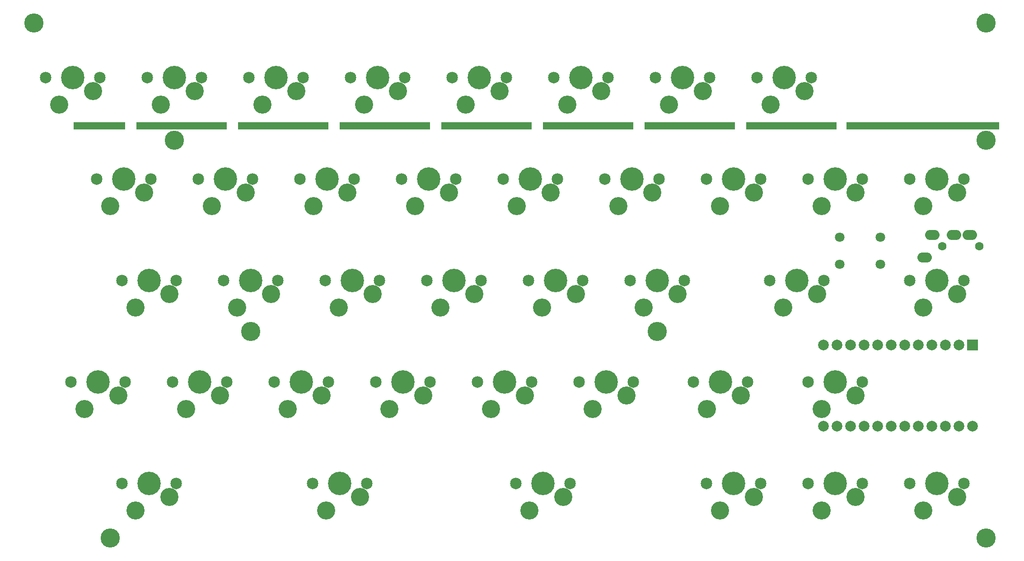
<source format=gts>
G04 #@! TF.GenerationSoftware,KiCad,Pcbnew,(5.0.0-3-g5ebb6b6)*
G04 #@! TF.CreationDate,2018-10-13T13:11:11+09:00*
G04 #@! TF.ProjectId,pakbd,70616B62642E6B696361645F70636200,1*
G04 #@! TF.SameCoordinates,Original*
G04 #@! TF.FileFunction,Soldermask,Top*
G04 #@! TF.FilePolarity,Negative*
%FSLAX46Y46*%
G04 Gerber Fmt 4.6, Leading zero omitted, Abs format (unit mm)*
G04 Created by KiCad (PCBNEW (5.0.0-3-g5ebb6b6)) date *
%MOMM*%
%LPD*%
G01*
G04 APERTURE LIST*
%ADD10C,2.160000*%
%ADD11C,4.400000*%
%ADD12C,3.400000*%
%ADD13R,9.625000X1.400000*%
%ADD14R,28.710000X1.400000*%
%ADD15R,16.900000X1.400000*%
%ADD16C,3.600000*%
%ADD17C,1.797000*%
%ADD18C,2.000000*%
%ADD19R,2.000000X2.000000*%
%ADD20C,1.600000*%
%ADD21O,2.700000X1.900000*%
G04 APERTURE END LIST*
D10*
G04 #@! TO.C,SW54*
X349180250Y-81240000D03*
X359340250Y-81240000D03*
D11*
X354260250Y-81240000D03*
D12*
X358070250Y-83780000D03*
X351720250Y-86320000D03*
G04 #@! TD*
D13*
G04 #@! TO.C,cr10*
X223517501Y-52240001D03*
G04 #@! TD*
D10*
G04 #@! TO.C,SW51*
X284887000Y-81240000D03*
X295047000Y-81240000D03*
D11*
X289967000Y-81240000D03*
D12*
X293777000Y-83780000D03*
X287427000Y-86320000D03*
G04 #@! TD*
D10*
G04 #@! TO.C,SW52*
X303937000Y-81240000D03*
X314097000Y-81240000D03*
D11*
X309017000Y-81240000D03*
D12*
X312827000Y-83780000D03*
X306477000Y-86320000D03*
G04 #@! TD*
D10*
G04 #@! TO.C,SW56*
X218212000Y-100290000D03*
X228372000Y-100290000D03*
D11*
X223292000Y-100290000D03*
D12*
X227102000Y-102830000D03*
X220752000Y-105370000D03*
G04 #@! TD*
D10*
G04 #@! TO.C,SW66*
X301556250Y-119340000D03*
X311716250Y-119340000D03*
D11*
X306636250Y-119340000D03*
D12*
X310446250Y-121880000D03*
X304096250Y-124420000D03*
G04 #@! TD*
D14*
G04 #@! TO.C,cr18*
X377900001Y-52240001D03*
G04 #@! TD*
D15*
G04 #@! TO.C,cr11*
X238930001Y-52240001D03*
G04 #@! TD*
G04 #@! TO.C,cr16*
X334180001Y-52240001D03*
G04 #@! TD*
G04 #@! TO.C,cr12*
X257980001Y-52240001D03*
G04 #@! TD*
G04 #@! TO.C,cr14*
X296080001Y-52240001D03*
G04 #@! TD*
G04 #@! TO.C,cr13*
X277030001Y-52240001D03*
G04 #@! TD*
G04 #@! TO.C,cr15*
X315130001Y-52240001D03*
G04 #@! TD*
G04 #@! TO.C,cr17*
X353230001Y-52240001D03*
G04 #@! TD*
D16*
G04 #@! TO.C,h15*
X328070000Y-90790000D03*
G04 #@! TD*
G04 #@! TO.C,h14*
X251870000Y-90800000D03*
G04 #@! TD*
G04 #@! TO.C,h13*
X389710000Y-54960000D03*
G04 #@! TD*
G04 #@! TO.C,h12*
X237590000Y-54920000D03*
G04 #@! TD*
G04 #@! TO.C,h10*
X211260000Y-32870000D03*
G04 #@! TD*
G04 #@! TO.C,h11*
X389730000Y-32870000D03*
G04 #@! TD*
G04 #@! TO.C,h17*
X389720000Y-129610000D03*
G04 #@! TD*
D10*
G04 #@! TO.C,SW62*
X334892750Y-100290000D03*
X345052750Y-100290000D03*
D11*
X339972750Y-100290000D03*
D12*
X343782750Y-102830000D03*
X337432750Y-105370000D03*
G04 #@! TD*
D10*
G04 #@! TO.C,SW67*
X337274000Y-119340000D03*
X347434000Y-119340000D03*
D11*
X342354000Y-119340000D03*
D12*
X346164000Y-121880000D03*
X339814000Y-124420000D03*
G04 #@! TD*
D10*
G04 #@! TO.C,SW68*
X356324000Y-119340000D03*
X366484000Y-119340000D03*
D11*
X361404000Y-119340000D03*
D12*
X365214000Y-121880000D03*
X358864000Y-124420000D03*
G04 #@! TD*
D17*
G04 #@! TO.C,SW_r1*
X362290000Y-73090000D03*
X362290000Y-78170000D03*
X369910000Y-73090000D03*
X369910000Y-78170000D03*
G04 #@! TD*
D18*
G04 #@! TO.C,U1*
X387200000Y-108570000D03*
X384660000Y-108570000D03*
X382120000Y-108570000D03*
X379580000Y-108570000D03*
X377040000Y-108570000D03*
X374500000Y-108570000D03*
X371960000Y-108570000D03*
X369420000Y-108570000D03*
X366880000Y-108570000D03*
X364340000Y-108570000D03*
X361800000Y-108570000D03*
X359260000Y-108570000D03*
X359260000Y-93330000D03*
X361800000Y-93330000D03*
X364340000Y-93330000D03*
X366880000Y-93330000D03*
X369420000Y-93330000D03*
X371960000Y-93330000D03*
X374500000Y-93330000D03*
X377040000Y-93330000D03*
X379580000Y-93330000D03*
X382120000Y-93330000D03*
X384660000Y-93330000D03*
D19*
X387200000Y-93330000D03*
G04 #@! TD*
D20*
G04 #@! TO.C,J1*
X388480000Y-74815000D03*
X381480000Y-74815000D03*
D21*
X386680000Y-72665000D03*
X383680000Y-72665000D03*
X379680000Y-72665000D03*
X378180000Y-76965000D03*
G04 #@! TD*
D16*
G04 #@! TO.C,h16*
X225540000Y-129610000D03*
G04 #@! TD*
D10*
G04 #@! TO.C,SW45*
X337275000Y-62190000D03*
X347435000Y-62190000D03*
D11*
X342355000Y-62190000D03*
D12*
X346165000Y-64730000D03*
X339815000Y-67270000D03*
G04 #@! TD*
D10*
G04 #@! TO.C,SW46*
X356325000Y-62190000D03*
X366485000Y-62190000D03*
D11*
X361405000Y-62190000D03*
D12*
X365215000Y-64730000D03*
X358865000Y-67270000D03*
G04 #@! TD*
D10*
G04 #@! TO.C,SW47*
X375375000Y-62190000D03*
X385535000Y-62190000D03*
D11*
X380455000Y-62190000D03*
D12*
X384265000Y-64730000D03*
X377915000Y-67270000D03*
G04 #@! TD*
D10*
G04 #@! TO.C,SW58*
X256312000Y-100290000D03*
X266472000Y-100290000D03*
D11*
X261392000Y-100290000D03*
D12*
X265202000Y-102830000D03*
X258852000Y-105370000D03*
G04 #@! TD*
D10*
G04 #@! TO.C,SW59*
X275362000Y-100290000D03*
X285522000Y-100290000D03*
D11*
X280442000Y-100290000D03*
D12*
X284252000Y-102830000D03*
X277902000Y-105370000D03*
G04 #@! TD*
D10*
G04 #@! TO.C,SW35*
X289650000Y-43140000D03*
X299810000Y-43140000D03*
D11*
X294730000Y-43140000D03*
D12*
X298540000Y-45680000D03*
X292190000Y-48220000D03*
G04 #@! TD*
D10*
G04 #@! TO.C,SW38*
X346800000Y-43140000D03*
X356960000Y-43140000D03*
D11*
X351880000Y-43140000D03*
D12*
X355690000Y-45680000D03*
X349340000Y-48220000D03*
G04 #@! TD*
D10*
G04 #@! TO.C,SW39*
X222975000Y-62190000D03*
X233135000Y-62190000D03*
D11*
X228055000Y-62190000D03*
D12*
X231865000Y-64730000D03*
X225515000Y-67270000D03*
G04 #@! TD*
D10*
G04 #@! TO.C,SW36*
X308700000Y-43140000D03*
X318860000Y-43140000D03*
D11*
X313780000Y-43140000D03*
D12*
X317590000Y-45680000D03*
X311240000Y-48220000D03*
G04 #@! TD*
D10*
G04 #@! TO.C,SW64*
X227737000Y-119340000D03*
X237897000Y-119340000D03*
D11*
X232817000Y-119340000D03*
D12*
X236627000Y-121880000D03*
X230277000Y-124420000D03*
G04 #@! TD*
D10*
G04 #@! TO.C,SW65*
X263456250Y-119340000D03*
X273616250Y-119340000D03*
D11*
X268536250Y-119340000D03*
D12*
X272346250Y-121880000D03*
X265996250Y-124420000D03*
G04 #@! TD*
D10*
G04 #@! TO.C,SW60*
X294412000Y-100290000D03*
X304572000Y-100290000D03*
D11*
X299492000Y-100290000D03*
D12*
X303302000Y-102830000D03*
X296952000Y-105370000D03*
G04 #@! TD*
D10*
G04 #@! TO.C,SW61*
X313462000Y-100290000D03*
X323622000Y-100290000D03*
D11*
X318542000Y-100290000D03*
D12*
X322352000Y-102830000D03*
X316002000Y-105370000D03*
G04 #@! TD*
D10*
G04 #@! TO.C,SW41*
X261075000Y-62190000D03*
X271235000Y-62190000D03*
D11*
X266155000Y-62190000D03*
D12*
X269965000Y-64730000D03*
X263615000Y-67270000D03*
G04 #@! TD*
D10*
G04 #@! TO.C,SW63*
X356324000Y-100290000D03*
X366484000Y-100290000D03*
D11*
X361404000Y-100290000D03*
D12*
X365214000Y-102830000D03*
X358864000Y-105370000D03*
G04 #@! TD*
D10*
G04 #@! TO.C,SW44*
X318225000Y-62190000D03*
X328385000Y-62190000D03*
D11*
X323305000Y-62190000D03*
D12*
X327115000Y-64730000D03*
X320765000Y-67270000D03*
G04 #@! TD*
D10*
G04 #@! TO.C,SW37*
X327750000Y-43140000D03*
X337910000Y-43140000D03*
D11*
X332830000Y-43140000D03*
D12*
X336640000Y-45680000D03*
X330290000Y-48220000D03*
G04 #@! TD*
D10*
G04 #@! TO.C,SW43*
X299175000Y-62190000D03*
X309335000Y-62190000D03*
D11*
X304255000Y-62190000D03*
D12*
X308065000Y-64730000D03*
X301715000Y-67270000D03*
G04 #@! TD*
D10*
G04 #@! TO.C,SW31*
X213450000Y-43140000D03*
X223610000Y-43140000D03*
D11*
X218530000Y-43140000D03*
D12*
X222340000Y-45680000D03*
X215990000Y-48220000D03*
G04 #@! TD*
D10*
G04 #@! TO.C,SW40*
X242025000Y-62190000D03*
X252185000Y-62190000D03*
D11*
X247105000Y-62190000D03*
D12*
X250915000Y-64730000D03*
X244565000Y-67270000D03*
G04 #@! TD*
D10*
G04 #@! TO.C,SW42*
X280125000Y-62190000D03*
X290285000Y-62190000D03*
D11*
X285205000Y-62190000D03*
D12*
X289015000Y-64730000D03*
X282665000Y-67270000D03*
G04 #@! TD*
D10*
G04 #@! TO.C,SW32*
X232500000Y-43140000D03*
X242660000Y-43140000D03*
D11*
X237580000Y-43140000D03*
D12*
X241390000Y-45680000D03*
X235040000Y-48220000D03*
G04 #@! TD*
D10*
G04 #@! TO.C,SW33*
X251550000Y-43140000D03*
X261710000Y-43140000D03*
D11*
X256630000Y-43140000D03*
D12*
X260440000Y-45680000D03*
X254090000Y-48220000D03*
G04 #@! TD*
D10*
G04 #@! TO.C,SW34*
X270600000Y-43140000D03*
X280760000Y-43140000D03*
D11*
X275680000Y-43140000D03*
D12*
X279490000Y-45680000D03*
X273140000Y-48220000D03*
G04 #@! TD*
D10*
G04 #@! TO.C,SW57*
X237262000Y-100290000D03*
X247422000Y-100290000D03*
D11*
X242342000Y-100290000D03*
D12*
X246152000Y-102830000D03*
X239802000Y-105370000D03*
G04 #@! TD*
D10*
G04 #@! TO.C,SW48*
X227732000Y-81240000D03*
X237892000Y-81240000D03*
D11*
X232812000Y-81240000D03*
D12*
X236622000Y-83780000D03*
X230272000Y-86320000D03*
G04 #@! TD*
D10*
G04 #@! TO.C,SW53*
X322987000Y-81240000D03*
X333147000Y-81240000D03*
D11*
X328067000Y-81240000D03*
D12*
X331877000Y-83780000D03*
X325527000Y-86320000D03*
G04 #@! TD*
D10*
G04 #@! TO.C,SW69*
X375375000Y-119340000D03*
X385535000Y-119340000D03*
D11*
X380455000Y-119340000D03*
D12*
X384265000Y-121880000D03*
X377915000Y-124420000D03*
G04 #@! TD*
D10*
G04 #@! TO.C,SW49*
X246787000Y-81240000D03*
X256947000Y-81240000D03*
D11*
X251867000Y-81240000D03*
D12*
X255677000Y-83780000D03*
X249327000Y-86320000D03*
G04 #@! TD*
D10*
G04 #@! TO.C,SW50*
X265837000Y-81240000D03*
X275997000Y-81240000D03*
D11*
X270917000Y-81240000D03*
D12*
X274727000Y-83780000D03*
X268377000Y-86320000D03*
G04 #@! TD*
D10*
G04 #@! TO.C,SW55*
X375375000Y-81240000D03*
X385535000Y-81240000D03*
D11*
X380455000Y-81240000D03*
D12*
X384265000Y-83780000D03*
X377915000Y-86320000D03*
G04 #@! TD*
M02*

</source>
